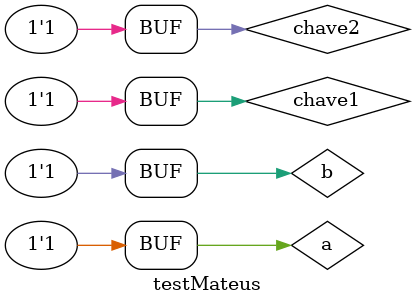
<source format=v>

module mateus(s,a,b,chave1,chave2);

output s;

input a;
input b;
input chave1;
input chave2;

wire temp01;
wire temp02;
wire temp03;
wire temp04;
wire temp05;
wire temp06;
wire temp07;
wire temp08;
wire temp09;
wire temp10;
wire temp11;
wire temp12;

assign temp01 = (~(a^b));
assign temp02 = (a^b);
assign temp03 = (~(a|b));
assign temp04 = a|b;
assign temp05 = temp01&chave1;
assign temp06 = temp03&(~chave1);
assign temp07 = temp02&chave1;
assign temp08 = temp04&(~chave1);
assign temp09 = temp05 | temp06;
assign temp10 = temp07 | temp08;
assign temp11 = temp09&chave2;
assign temp12 = temp10&(~chave2);
assign s = temp11 | temp12;

endmodule

module testMateus;

reg a;
reg b;
reg chave1;
reg chave2;

wire s;

mateus lima(s,a,b,chave1,chave2);

initial begin:main

$display ("Exemplo 0034 - Mateus Lima Batista");
$display ("Matricula : 451410");
$display ("Test LU's module ");
$display ("\n a b chave1 chave2 s");

#1 a = 0; b = 0; chave1 = 0; chave2 = 0;

$monitor("%3b\t%3b\t%3b\t%3b\t%3b",a,b,chave1,chave2,s);
#1 a = 0; b = 1; chave1 = 0; chave2 = 0;
#1 a = 1; b = 0; chave1 = 0; chave2 = 0;
#1 a = 1; b = 1; chave1 = 0; chave2 = 0;
#1 a = 0; b = 0; chave1 = 1; chave2 = 0;
#1 a = 0; b = 1; chave1 = 1; chave2 = 0;
#1 a = 1; b = 0; chave1 = 1; chave2 = 0;
#1 a = 1; b = 1; chave1 = 1; chave2 = 0;
#1 a = 0; b = 0; chave1 = 0; chave2 = 1;
#1 a = 0; b = 1; chave1 = 0; chave2 = 1;
#1 a = 1; b = 0; chave1 = 0; chave2 = 1;
#1 a = 1; b = 1; chave1 = 0; chave2 = 1;
#1 a = 0; b = 0; chave1 = 1; chave2 = 1;
#1 a = 0; b = 1; chave1 = 1; chave2 = 1;
#1 a = 1; b = 0; chave1 = 1; chave2 = 1;
#1 a = 1; b = 1; chave1 = 1; chave2 = 1;

end
endmodule

</source>
